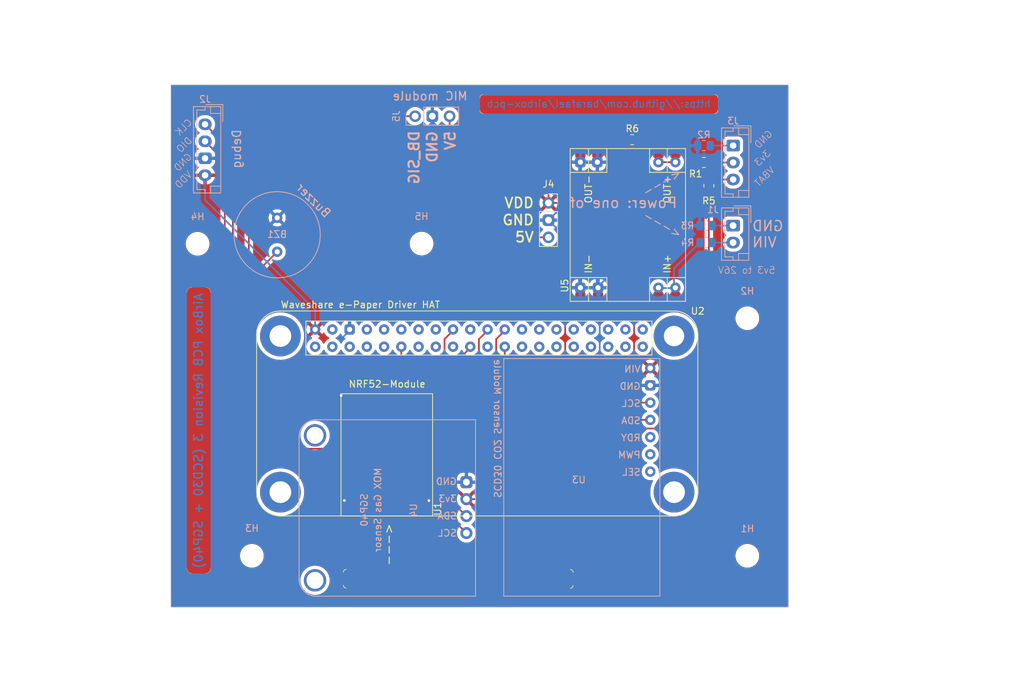
<source format=kicad_pcb>
(kicad_pcb (version 20221018) (generator pcbnew)
  (layers (0 "F.Cu" signal) (31 "B.Cu" signal) (34 "B.Paste" user) (35 "F.Paste" user) (36 "B.SilkS" user "B.Silkscreen") (37 "F.SilkS" user "F.Silkscreen") (38 "B.Mask" user) (39 "F.Mask" user) (44 "Edge.Cuts" user))
  (net 0 "")
  (net 1 "Net-(U1-Pad48)")
  (net 2 "Net-(U1-Pad47)")
  (net 3 "Net-(U1-Pad46)")
  (net 4 "Net-(U1-Pad45)")
  (net 5 "Net-(U1-Pad34)")
  (net 6 "Net-(U1-Pad31)")
  (net 7 "Net-(U1-Pad30)")
  (net 8 "Net-(U1-Pad29)")
  (net 9 "Net-(U1-Pad28)")
  (net 10 "Net-(U1-Pad27)")
  (net 11 "Net-(U1-Pad26)")
  (net 12 "Net-(U1-Pad25)")
  (net 13 "Net-(U1-Pad24)")
  (net 14 "Net-(U1-Pad23)")
  (net 15 "Net-(U1-Pad22)")
  (net 16 "Net-(U1-Pad21)")
  (net 17 "Net-(U1-Pad20)")
  (net 18 "Net-(U1-Pad19)")
  (net 19 "Net-(U1-Pad18)")
  (net 20 "Net-(U1-Pad17)")
  (net 21 "Net-(U1-Pad16)")
  (net 22 "Net-(U1-Pad15)")
  (net 23 "Net-(U1-Pad14)")
  (net 24 "Net-(U1-Pad7)")
  (net 25 "Net-(U1-Pad6)")
  (net 26 "GND")
  (net 27 "CS")
  (net 28 "DIN")
  (net 29 "CLK")
  (net 30 "SWDCLK")
  (net 31 "SWDIO")
  (net 32 "DC")
  (net 33 "BUSY")
  (net 34 "RST")
  (net 35 "VDD")
  (net 36 "Net-(U3-Pad7)")
  (net 37 "Net-(U3-Pad6)")
  (net 38 "Net-(U3-Pad5)")
  (net 39 "SCL_SCD30")
  (net 40 "SDA_SCD30")
  (net 41 "SCL_SGP40")
  (net 42 "SDA_SGP40")
  (net 43 "VIN")
  (net 44 "VBAT")
  (net 45 "Net-(U1-Pad11)")
  (net 46 "Net-(U1-Pad10)")
  (net 47 "Net-(U1-Pad39)")
  (net 48 "Net-(U1-Pad41)")
  (net 49 "Net-(U1-Pad36)")
  (net 50 "Net-(U1-Pad40)")
  (net 51 "Net-(U1-Pad35)")
  (net 52 "Net-(U1-Pad9)")
  (net 53 "Net-(J3-Pad2)")
  (net 54 "Net-(J1-Pad2)")
  (net 55 "Net-(J1-Pad1)")
  (net 56 "Net-(J3-Pad1)")
  (net 57 "BUZ_SIG")
  (net 58 "5V")
  (net 59 "Net-(U1-Pad8)")
  (net 60 "Net-(U1-Pad12)")
  (net 61 "Net-(U1-Pad13)")
  (net 62 "DB_SIG")
  (net 63 "Net-(J3-Pad3)")
  (net 64 "Net-(R6-Pad1)")
  (footprint "Resistor_SMD:R_0805_2012Metric" (layer "F.Cu") (at 189.22 82.56 -90)
    (fp_text reference "R5")
    (fp_text value "0")
  )
  (footprint "Connector_PinSocket_2.54mm:PinSocket_1x03_P2.54mm_Vertical" (layer "F.Cu") (at 165.59 85.09)
    (fp_text reference "J4")
    (fp_text value "PowerConverter")
  )
  (footprint "waveshare-epaper-module:epaper-module" (layer "F.Cu") (at 187.59 101.01 180)
    (fp_text reference "U2")
    (fp_text value "epaper-module")
  )
  (footprint "nrf52840-waveshare:nrf52-waveshare" (layer "F.Cu") (at 148.51746 131.20798 180)
    (fp_text reference "U1")
    (fp_text value "NRF52840")
  )
  (footprint "Resistor_SMD:R_0805_2012Metric" (layer "F.Cu") (at 188.49 79.145 180)
    (fp_text reference "R1")
    (fp_text value "0")
  )
  (footprint "MountingHole:MountingHole_3mm" (layer "F.Cu") (at 194.89 137.09)
    (fp_text reference "H1")
    (fp_text value "MountingHole")
  )
  (footprint "MountingHole:MountingHole_3mm" (layer "F.Cu") (at 194.89 102.09)
    (fp_text reference "H2")
    (fp_text value "MountingHole")
  )
  (footprint "MountingHole:MountingHole_3mm" (layer "F.Cu") (at 121.89 137.09)
    (fp_text reference "H3")
    (fp_text value "MountingHole")
  )
  (footprint "MountingHole:MountingHole_3mm" (layer "F.Cu") (at 113.89 91.12)
    (fp_text reference "H4")
    (fp_text value "MountingHole")
  )
  (footprint "MountingHole:MountingHole_3mm" (layer "F.Cu") (at 146.89 91.09)
    (fp_text reference "H5")
    (fp_text value "MountingHole")
  )
  (footprint "Resistor_SMD:R_0805_2012Metric" (layer "F.Cu") (at 177.92 75.78 180)
    (fp_text reference "R6")
    (fp_text value "0")
  )
  (footprint "ils-dcdc:ils-3v3dcdc" (layer "F.Cu") (at 168.79 99.59 90)
    (fp_text reference "U5")
    (fp_text value "ils-dcdc")
  )
  (footprint "Connector_JST:JST_EH_B3B-EH-A_1x03_P2.50mm_Vertical" (layer "B.Cu") (at 192.8 76.645 -90)
    (fp_text reference "J3")
    (fp_text value "Conn_01x03")
  )
  (footprint "Resistor_SMD:R_0805_2012Metric" (layer "B.Cu") (at 188.49 76.645 180)
    (fp_text reference "R2")
    (fp_text value "0")
  )
  (footprint "PS1240P02BT:PS1240P02BT" (layer "B.Cu") (at 125.615 89.79)
    (fp_text reference "BZ1")
    (fp_text value "Buzzer")
  )
  (footprint "sensirion-scd30:scd30" (layer "B.Cu") (at 182 143.03 180)
    (fp_text reference "U3")
    (fp_text value "SCD30")
  )
  (footprint "Connector_PinSocket_2.54mm:PinSocket_1x03_P2.54mm_Vertical" (layer "B.Cu") (at 145.94 72.315 -90)
    (fp_text reference "J5")
    (fp_text value "DecibelMeter")
  )
  (footprint "Connector_JST:JST_EH_B4B-EH-A_1x04_P2.50mm_Vertical" (layer "B.Cu") (at 114.99 73.515 -90)
    (fp_text reference "J2")
    (fp_text value "Conn_01x04")
  )
  (footprint "Connector_JST:JST_EH_B2B-EH-A_1x02_P2.50mm_Vertical" (layer "B.Cu") (at 192.79 88.435 -90)
    (fp_text reference "J1")
    (fp_text value "Conn_01x02")
  )
  (footprint "Resistor_SMD:R_0805_2012Metric" (layer "B.Cu") (at 188.8025 88.44 180)
    (fp_text reference "R3")
    (fp_text value "0")
  )
  (footprint "Resistor_SMD:R_0805_2012Metric" (layer "B.Cu") (at 188.8 90.94 180)
    (fp_text reference "R4")
    (fp_text value "0")
  )
  (footprint "sgp40-adafruit-breakout:sgp40-sparkx-breakout" (layer "B.Cu") (at 154.84 143.04 90)
    (fp_text reference "U4")
    (fp_text value "SGP40")
  )
  (gr_arc (start 190.13 69.145) (mid 190.419914 69.265086) (end 190.54 69.555) (stroke (width 0.1)) (layer "B.SilkS"))
  (gr_arc (start 155.5 69.565) (mid 155.620086 69.275086) (end 155.91 69.155) (stroke (width 0.1)) (layer "B.SilkS"))
  (gr_arc (start 155.91 71.905) (mid 155.620086 71.784914) (end 155.5 71.495) (stroke (width 0.1)) (layer "B.SilkS"))
  (gr_arc (start 190.54 71.485) (mid 190.419914 71.774914) (end 190.13 71.895) (stroke (width 0.1)) (layer "B.SilkS"))
  (gr_arc (start 115.05 97.53) (mid 115.58033 97.74967) (end 115.8 98.28) (stroke (width 0.05)) (layer "B.SilkS"))
  (gr_arc (start 115.8 138.93) (mid 115.58033 139.46033) (end 115.05 139.68) (stroke (width 0.05)) (layer "B.SilkS"))
  (gr_arc (start 113.05 139.68) (mid 112.51967 139.46033) (end 112.3 138.93) (stroke (width 0.05)) (layer "B.SilkS"))
  (gr_arc (start 112.3 98.28) (mid 112.51967 97.74967) (end 113.05 97.53) (stroke (width 0.05)) (layer "B.SilkS"))
  (gr_arc (start 169.22 141.445) (mid 169.099914 141.734914) (end 168.81 141.855) (stroke (width 0.1)) (layer "F.SilkS"))
  (gr_arc (start 168.81 139.105) (mid 169.099914 139.225086) (end 169.22 139.515) (stroke (width 0.1)) (layer "F.SilkS"))
  (gr_arc (start 135.37 139.505) (mid 135.490086 139.215086) (end 135.78 139.095) (stroke (width 0.1)) (layer "F.SilkS"))
  (gr_arc (start 135.78 141.845) (mid 135.490086 141.724914) (end 135.37 141.435) (stroke (width 0.1)) (layer "F.SilkS"))
  (gr_line (start 109.952 67.682) (end 109.952 144.682) (stroke (width 0.05)) (layer "Edge.Cuts"))
  (gr_line (start 109.952 144.682) (end 200.952 144.682) (stroke (width 0.05)) (layer "Edge.Cuts"))
  (gr_line (start 200.952 67.682) (end 200.952 144.682) (stroke (width 0.05)) (layer "Edge.Cuts"))
  (gr_line (start 109.952 67.682) (end 200.952 67.682) (stroke (width 0.05)) (layer "Edge.Cuts"))
  (gr_text "https://github.com/barafael/airbox-fw" (at 152.25 140.475) (layer "F.Cu") (effects (font (size 1.05 1.05) (thickness 0.14))))
  (gr_text "https://github.com/barafael/airbox-pcb" (at 173 70.495) (layer "B.Cu") (effects (font (size 1.05 1.05) (thickness 0.14)) (justify mirror)))
  (gr_text "AirBox PCB Revision 3 (SCD30 + SGP40)" (at 114.01 118.665 90) (layer "B.Cu") (effects (font (size 1.28 1.28) (thickness 0.2)) (justify mirror)))
  (gr_text "GND" (at 197.915 88.49) (layer "B.SilkS") (effects (font (size 1.5 1.5) (thickness 0.2)) (justify mirror)))
  (gr_text "5V" (at 151.115 75.915 90) (layer "B.SilkS") (effects (font (size 1.5 1.5) (thickness 0.3)) (justify mirror)))
  (gr_text "DB_SIG" (at 145.79 78.39 90) (layer "B.SilkS") (effects (font (size 1.5 1.5) (thickness 0.3)) (justify mirror)))
  (gr_text "GND" (at 148.4525 76.843572 90) (layer "B.SilkS") (effects (font (size 1.5 1.5) (thickness 0.3)) (justify mirror)))
  (gr_text "VIN" (at 197.415 90.89) (layer "B.SilkS") (effects (font (size 1.5 1.5) (thickness 0.2)) (justify mirror)))
  (gr_text "5v3 to 26V" (at 194.79 95.01) (layer "B.SilkS") (effects (font (size 1 1) (thickness 0.1)) (justify mirror)))
  (gr_text "VDD" (at 111.808164 81.689999 45) (layer "B.SilkS") (effects (font (size 1 1) (thickness 0.1)) (justify mirror)))
  (gr_text "GND" (at 111.740821 79.113332 45) (layer "B.SilkS") (effects (font (size 1 1) (thickness 0.1)) (justify mirror)))
  (gr_text "DIO" (at 111.926016 76.536666 45) (layer "B.SilkS") (effects (font (size 1 1) (thickness 0.1)) (justify mirror)))
  (gr_text "CLK" (at 111.825 73.96 45) (layer "B.SilkS") (effects (font (size 1 1) (thickness 0.1)) (justify mirror)))
  (gr_text "VBAT" (at 197.42 81.224999 45) (layer "B.SilkS") (effects (font (size 1 1) (thickness 0.1)) (justify mirror)))
  (gr_text "3v3" (at 197.13379 78.474999 45) (layer "B.SilkS") (effects (font (size 1 1) (thickness 0.1)) (justify mirror)))
  (gr_text "GND" (at 197.268477 75.725 45) (layer "B.SilkS") (effects (font (size 1 1) (thickness 0.1)) (justify mirror)))
  (gr_text "Debug" (at 119.65 77.14 90) (layer "B.SilkS") (effects (font (size 1.25 1.25) (thickness 0.18)) (justify mirror)))
  (gr_text "MIC module" (at 148.14 69.36) (layer "B.SilkS") (effects (font (size 1.25 1.25) (thickness 0.18)) (justify mirror)))
  (gr_text "Power: one of" (at 176.6 85.08) (layer "B.SilkS") (effects (font (size 1.5 1.5) (thickness 0.2)) (justify mirror)))
  (gr_text "--->" (at 182.3 88.44 150) (layer "B.SilkS") (effects (font (size 1.25 1.25)) (justify mirror)))
  (gr_text "--->" (at 182.375 82.27 -150) (layer "B.SilkS") (effects (font (size 1.25 1.25)) (justify mirror)))
  (gr_text "Buzzer" (at 130.98 84.72 315) (layer "B.SilkS") (effects (font (size 1.25 1.25) (thickness 0.18)) (justify mirror)))
  (gr_text "VDD" (at 161.265 85.09) (layer "F.SilkS") (effects (font (size 1.5 1.5) (thickness 0.25))))
  (gr_text "5V" (at 162.050714 90.14) (layer "F.SilkS") (effects (font (size 1.5 1.5) (thickness 0.25))))
  (gr_text "GND" (at 161.122142 87.615) (layer "F.SilkS") (effects (font (size 1.5 1.5) (thickness 0.25))))
  (gr_text "--->" (at 142.03 135.43 90) (layer "F.SilkS") (effects (font (size 1.25 1.25))))
  (segment (start 139.56746 113.70798) (end 139.56746 112.95798) (width 0.25) (layer "F.Cu") (net 1))
  (segment (start 138.46746 112.95798) (end 138.46746 113.70798) (width 0.25) (layer "F.Cu") (net 2))
  (segment (start 137.36746 113.70798) (end 137.36746 112.87298) (width 0.25) (layer "F.Cu") (net 3))
  (segment (start 172.69 97.64) (end 172.69 99.14) (width 0.25) (layer "F.Cu") (net 26))
  (segment (start 170.09 77.64) (end 170.09 79.14) (width 0.25) (layer "F.Cu") (net 26))
  (segment (start 172.59 79.14) (end 172.59 77.64) (width 0.25) (layer "F.Cu") (net 26))
  (segment (start 170.09 99.14) (end 170.09 97.64) (width 0.25) (layer "F.Cu") (net 26))
  (segment (start 135.03746 113.47798) (end 135.03746 114.22798) (width 0.25) (layer "F.Cu") (net 26))
  (segment (start 135.03746 114.22798) (end 135.51746 114.70798) (width 0.25) (layer "F.Cu") (net 26))
  (segment (start 135.51746 127.90798) (end 135.51746 128.932976) (width 0.25) (layer "F.Cu") (net 26))
  (segment (start 148.36746 128.54798) (end 147.96746 128.94798) (width 0.25) (layer "F.Cu") (net 26))
  (segment (start 148.36746 127.90798) (end 148.36746 128.54798) (width 0.25) (layer "F.Cu") (net 26))
  (segment (start 135.51746 128.932976) (end 135.517471 128.932987) (width 0.25) (layer "F.Cu") (net 26))
  (via (at 135.03746 113.47798) (size 0.8) (drill 0.4) (layers "F.Cu" "B.Cu") (net 26))
  (via (at 147.96746 128.94798) (size 0.8) (drill 0.4) (layers "F.Cu" "B.Cu") (net 26))
  (via (at 135.517471 128.932987) (size 0.8) (drill 0.4) (layers "F.Cu" "B.Cu") (net 26))
  (segment (start 170.09 92.13) (end 165.59 87.63) (width 0.25) (layer "B.Cu") (net 26))
  (segment (start 187.5775 76.645) (end 175.085 76.645) (width 0.25) (layer "B.Cu") (net 26))
  (segment (start 170.09 83.13) (end 170.09 79.14) (width 0.25) (layer "B.Cu") (net 26))
  (segment (start 165.59 87.63) (end 170.09 83.13) (width 0.25) (layer "B.Cu") (net 26))
  (segment (start 170.09 97.64) (end 170.09 92.13) (width 0.25) (layer "B.Cu") (net 26))
  (segment (start 175.085 76.645) (end 172.59 79.14) (width 0.25) (layer "B.Cu") (net 26))
  (segment (start 136.286 103.899) (end 135.04 105.145) (width 0.25) (layer "B.Cu") (net 26))
  (segment (start 172.59 79.14) (end 170.09 79.14) (width 0.25) (layer "B.Cu") (net 26))
  (segment (start 172.69 79.24) (end 172.59 79.14) (width 0.25) (layer "B.Cu") (net 26))
  (segment (start 187.89 88.44) (end 181.89 88.44) (width 0.25) (layer "B.Cu") (net 26))
  (segment (start 114.99 78.515) (end 116.84 78.515) (width 0.25) (layer "B.Cu") (net 26))
  (segment (start 181.89 88.44) (end 172.69 97.64) (width 0.25) (layer "B.Cu") (net 26))
  (segment (start 172.69 97.64) (end 172.69 79.24) (width 0.25) (layer "B.Cu") (net 26))
  (segment (start 136.286 97.956) (end 125.62 87.29) (width 0.25) (layer "B.Cu") (net 26))
  (segment (start 135.532464 128.94798) (end 135.517471 128.932987) (width 0.25) (layer "B.Cu") (net 26))
  (segment (start 125.62 87.29) (end 125.615 87.29) (width 0.25) (layer "B.Cu") (net 26))
  (segment (start 146.155 75.49) (end 119.865 75.49) (width 0.25) (layer "B.Cu") (net 26))
  (segment (start 172.69 97.64) (end 170.09 97.64) (width 0.25) (layer "B.Cu") (net 26))
  (segment (start 119.865 75.49) (end 116.84 78.515) (width 0.25) (layer "B.Cu") (net 26))
  (segment (start 148.48 72.315) (end 148.48 73.08) (width 0.25) (layer "B.Cu") (net 26))
  (segment (start 148.48 72.315) (end 148.48 73.165) (width 0.25) (layer "B.Cu") (net 26))
  (segment (start 173.14 113.315) (end 160.215 126.24) (width 0.25) (layer "B.Cu") (net 26))
  (segment (start 135.03746 113.47798) (end 135.517471 113.957991) (width 0.25) (layer "B.Cu") (net 26))
  (segment (start 150.67544 126.24) (end 147.96746 128.94798) (width 0.25) (layer "B.Cu") (net 26))
  (segment (start 173.14 107.7) (end 173.14 98.09) (width 0.25) (layer "B.Cu") (net 26))
  (segment (start 148.48 73.08) (end 163.03 87.63) (width 0.25) (layer "B.Cu") (net 26))
  (segment (start 160.215 126.24) (end 153.4936 126.24) (width 0.25) (layer "B.Cu") (net 26))
  (segment (start 148.48 73.165) (end 146.155 75.49) (width 0.25) (layer "B.Cu") (net 26))
  (segment (start 116.84 78.515) (end 125.615 87.29) (width 0.25) (layer "B.Cu") (net 26))
  (segment (start 173.14 98.09) (end 172.69 97.64) (width 0.25) (layer "B.Cu") (net 26))
  (segment (start 135.517471 113.957991) (end 135.517471 128.932987) (width 0.25) (layer "B.Cu") (net 26))
  (segment (start 163.03 87.63) (end 165.59 87.63) (width 0.25) (layer "B.Cu") (net 26))
  (segment (start 136.286 103.899) (end 136.286 97.956) (width 0.25) (layer "B.Cu") (net 26))
  (segment (start 177.42 111.98) (end 173.14 107.7) (width 0.25) (layer "B.Cu") (net 26))
  (segment (start 147.96746 128.94798) (end 135.532464 128.94798) (width 0.25) (layer "B.Cu") (net 26))
  (segment (start 153.4936 126.24) (end 150.67544 126.24) (width 0.25) (layer "B.Cu") (net 26))
  (segment (start 173.14 107.7) (end 173.14 113.315) (width 0.25) (layer "B.Cu") (net 26))
  (segment (start 180.59 111.98) (end 177.42 111.98) (width 0.25) (layer "B.Cu") (net 26))
  (segment (start 145.06746 112.8924) (end 145.06746 113.30798) (width 0.25) (layer "F.Cu") (net 27))
  (segment (start 157.88 107.035) (end 153.51822 111.39678) (width 0.25) (layer "F.Cu") (net 27))
  (segment (start 157.88 105.165) (end 157.88 107.035) (width 0.25) (layer "F.Cu") (net 27))
  (segment (start 146.56308 111.39678) (end 145.06746 112.8924) (width 0.25) (layer "F.Cu") (net 27))
  (segment (start 153.51822 111.39678) (end 146.56308 111.39678) (width 0.25) (layer "F.Cu") (net 27))
  (segment (start 159.146 103.899) (end 157.88 105.165) (width 0.25) (layer "F.Cu") (net 27))
  (segment (start 142.86746 113.70798) (end 142.86746 112.94798) (width 0.25) (layer "F.Cu") (net 28))
  (segment (start 154.066 106.439) (end 150.77446 109.73054) (width 0.25) (layer "F.Cu") (net 28))
  (segment (start 145.98446 109.73054) (end 142.86746 112.84754) (width 0.25) (layer "F.Cu") (net 28))
  (segment (start 150.77446 109.73054) (end 145.98446 109.73054) (width 0.25) (layer "F.Cu") (net 28))
  (segment (start 142.86746 112.84754) (end 142.86746 113.30798) (width 0.25) (layer "F.Cu") (net 28))
  (segment (start 154.63796 112.20704) (end 146.80796 112.20704) (width 0.25) (layer "F.Cu") (net 29))
  (segment (start 159.146 107.699) (end 154.63796 112.20704) (width 0.25) (layer "F.Cu") (net 29))
  (segment (start 159.146 106.439) (end 159.146 107.699) (width 0.25) (layer "F.Cu") (net 29))
  (segment (start 146.80796 112.20704) (end 146.16746 112.84754) (width 0.25) (layer "F.Cu") (net 29))
  (segment (start 146.16746 112.84754) (end 146.16746 113.30798) (width 0.25) (layer "F.Cu") (net 29))
  (segment (start 132.141601 121.315001) (end 132.148622 121.30798) (width 0.25) (layer "F.Cu") (net 30))
  (segment (start 128.49364 121.30798) (end 130.238578 121.30798) (width 0.25) (layer "F.Cu") (net 30))
  (segment (start 119.09298 77.61798) (end 119.09298 111.90732) (width 0.25) (layer "F.Cu") (net 30))
  (segment (start 130.238578 121.30798) (end 130.245599 121.315001) (width 0.25) (layer "F.Cu") (net 30))
  (segment (start 132.148622 121.30798) (end 134.41746 121.30798) (width 0.25) (layer "F.Cu") (net 30))
  (segment (start 134.41746 121.30798) (end 135.16746 121.30798) (width 0.25) (layer "F.Cu") (net 30))
  (segment (start 114.99 73.515) (end 119.09298 77.61798) (width 0.25) (layer "F.Cu") (net 30))
  (segment (start 119.09298 111.90732) (end 128.49364 121.30798) (width 0.25) (layer "F.Cu") (net 30))
  (segment (start 130.245599 121.315001) (end 132.141601 121.315001) (width 0.25) (layer "F.Cu") (net 30))
  (segment (start 135.16746 122.40798) (end 134.95245 122.62299) (width 0.25) (layer "F.Cu") (net 31))
  (segment (start 127.77246 122.40798) (end 134.41746 122.40798) (width 0.25) (layer "F.Cu") (net 31))
  (segment (start 117.89 112.52552) (end 127.77246 122.40798) (width 0.25) (layer "F.Cu") (net 31))
  (segment (start 134.41746 122.40798) (end 135.16746 122.40798) (width 0.25) (layer "F.Cu") (net 31))
  (segment (start 117.89 78.915) (end 117.89 112.52552) (width 0.25) (layer "F.Cu") (net 31))
  (segment (start 114.99 76.015) (end 117.89 78.915) (width 0.25) (layer "F.Cu") (net 31))
  (segment (start 152.1711 110.5789) (end 146.2361 110.5789) (width 0.25) (layer "F.Cu") (net 32))
  (segment (start 155.34 105.165) (end 155.34 107.41) (width 0.25) (layer "F.Cu") (net 32))
  (segment (start 146.2361 110.5789) (end 143.96746 112.84754) (width 0.25) (layer "F.Cu") (net 32))
  (segment (start 143.96746 112.84754) (end 143.96746 113.30798) (width 0.25) (layer "F.Cu") (net 32))
  (segment (start 155.34 107.41) (end 152.1711 110.5789) (width 0.25) (layer "F.Cu") (net 32))
  (segment (start 156.606 103.899) (end 155.34 105.165) (width 0.25) (layer "F.Cu") (net 32))
  (segment (start 141.76746 112.95798) (end 141.76746 113.70798) (width 0.25) (layer "F.Cu") (net 33))
  (segment (start 148.76272 108.84662) (end 145.76838 108.84662) (width 0.25) (layer "F.Cu") (net 33))
  (segment (start 150.27 107.33934) (end 148.76272 108.84662) (width 0.25) (layer "F.Cu") (net 33))
  (segment (start 145.76838 108.84662) (end 141.76746 112.84754) (width 0.25) (layer "F.Cu") (net 33))
  (segment (start 141.76746 112.84754) (end 141.76746 113.30798) (width 0.25) (layer "F.Cu") (net 33))
  (segment (start 150.27 105.155) (end 150.27 107.33934) (width 0.25) (layer "F.Cu") (net 33))
  (segment (start 151.526 103.899) (end 150.27 105.155) (width 0.25) (layer "F.Cu") (net 33))
  (segment (start 143.906 109.594) (end 140.66746 112.83254) (width 0.25) (layer "F.Cu") (net 34))
  (segment (start 140.66746 112.83254) (end 140.66746 113.30798) (width 0.25) (layer "F.Cu") (net 34))
  (segment (start 140.66746 112.95798) (end 140.66746 113.70798) (width 0.25) (layer "F.Cu") (net 34))
  (segment (start 143.906 106.624) (end 143.906 109.594) (width 0.25) (layer "F.Cu") (net 34))
  (segment (start 182.12 110.97) (end 182.12 117.42) (width 0.25) (layer "F.Cu") (net 35))
  (segment (start 134.315 100.79) (end 168.29 100.79) (width 0.25) (layer "F.Cu") (net 35))
  (segment (start 177.0075 75.78) (end 177.0075 83.7225) (width 0.25) (layer "F.Cu") (net 35))
  (segment (start 165.59 85.09) (end 165.59 80.44) (width 0.25) (layer "F.Cu") (net 35))
  (segment (start 168.88 100.79) (end 179.34 100.79) (width 0.25) (layer "F.Cu") (net 35))
  (segment (start 181.21 118.33) (end 180.04 118.33) (width 0.25) (layer "F.Cu") (net 35))
  (segment (start 180.59 109.44) (end 182.12 110.97) (width 0.25) (layer "F.Cu") (net 35))
  (segment (start 168.05 107.56794) (end 162.38982 113.22812) (width 0.25) (layer "F.Cu") (net 35))
  (segment (start 187.5775 79.145) (end 183 83.7225) (width 0.25) (layer "F.Cu") (net 35))
  (segment (start 113.14524 69.115) (end 111.84 70.42024) (width 0.25) (layer "F.Cu") (net 35))
  (segment (start 162.38982 113.22812) (end 147.34732 113.22812) (width 0.25) (layer "F.Cu") (net 35))
  (segment (start 180.04 118.33) (end 169.63 128.74) (width 0.25) (layer "F.Cu") (net 35))
  (segment (start 177.0075 83.7225) (end 175.64 85.09) (width 0.25) (layer "F.Cu") (net 35))
  (segment (start 183 83.7225) (end 177.0075 83.7225) (width 0.25) (layer "F.Cu") (net 35))
  (segment (start 154.265 69.115) (end 113.14524 69.115) (width 0.25) (layer "F.Cu") (net 35))
  (segment (start 131.206 103.899) (end 134.315 100.79) (width 0.25) (layer "F.Cu") (net 35))
  (segment (start 178.2 101.93) (end 178.2 107.05) (width 0.25) (layer "F.Cu") (net 35))
  (segment (start 178.2 101.93) (end 179.43 100.7) (width 0.25) (layer "F.Cu") (net 35))
  (segment (start 182.12 117.42) (end 181.21 118.33) (width 0.25) (layer "F.Cu") (net 35))
  (segment (start 179.43 100.7) (end 179.765 100.365) (width 0.25) (layer "F.Cu") (net 35))
  (segment (start 165.59 80.44) (end 154.265 69.115) (width 0.25) (layer "F.Cu") (net 35))
  (segment (start 179.765 89.215) (end 175.64 85.09) (width 0.25) (layer "F.Cu") (net 35))
  (segment (start 178.2 107.05) (end 180.59 109.44) (width 0.25) (layer "F.Cu") (net 35))
  (segment (start 168.05 101.62) (end 168.05 107.56794) (width 0.25) (layer "F.Cu") (net 35))
  (segment (start 179.34 100.79) (end 179.43 100.7) (width 0.25) (layer "F.Cu") (net 35))
  (segment (start 175.64 85.09) (end 165.59 85.09) (width 0.25) (layer "F.Cu") (net 35))
  (segment (start 111.84 70.42024) (end 111.84 79.74) (width 0.25) (layer "F.Cu") (net 35))
  (segment (start 169.63 128.74) (end 153.4936 128.74) (width 0.25) (layer "F.Cu") (net 35))
  (segment (start 113.115 81.015) (end 114.99 81.015) (width 0.25) (layer "F.Cu") (net 35))
  (segment (start 147.34732 113.22812) (end 147.26746 113.30798) (width 0.25) (layer "F.Cu") (net 35))
  (segment (start 168.29 100.79) (end 168.88 100.79) (width 0.25) (layer "F.Cu") (net 35))
  (segment (start 168.88 100.79) (end 168.05 101.62) (width 0.25) (layer "F.Cu") (net 35))
  (segment (start 111.84 79.74) (end 113.115 81.015) (width 0.25) (layer "F.Cu") (net 35))
  (segment (start 179.765 100.365) (end 179.765 89.215) (width 0.25) (layer "F.Cu") (net 35))
  (segment (start 131.206 100.866) (end 114.99 84.65) (width 0.25) (layer "B.Cu") (net 35))
  (segment (start 114.99 84.65) (end 114.99 81.015) (width 0.25) (layer "B.Cu") (net 35))
  (segment (start 131.206 103.899) (end 131.206 100.866) (width 0.25) (layer "B.Cu") (net 35))
  (segment (start 174.88 114.52) (end 165.8925 123.5075) (width 0.25) (layer "F.Cu") (net 39))
  (segment (start 165.8925 123.5075) (end 148.36794 123.5075) (width 0.25) (layer "F.Cu") (net 39))
  (segment (start 180.59 114.52) (end 174.88 114.52) (width 0.25) (layer "F.Cu") (net 39))
  (segment (start 148.36794 123.5075) (end 148.36746 123.50798) (width 0.25) (layer "F.Cu") (net 39))
  (segment (start 168.73154 124.60798) (end 176.27952 117.06) (width 0.25) (layer "F.Cu") (net 40))
  (segment (start 176.27952 117.06) (end 180.59 117.06) (width 0.25) (layer "F.Cu") (net 40))
  (segment (start 148.36746 124.60798) (end 168.73154 124.60798) (width 0.25) (layer "F.Cu") (net 40))
  (segment (start 148.36746 126.80798) (end 148.64182 126.80798) (width 0.25) (layer "F.Cu") (net 41))
  (segment (start 150.23 128.39616) (end 150.23 130.4764) (width 0.25) (layer "F.Cu") (net 41))
  (segment (start 147.96746 126.80798) (end 148.302462 126.80798) (width 0.25) (layer "F.Cu") (net 41))
  (segment (start 148.64182 126.80798) (end 150.23 128.39616) (width 0.25) (layer "F.Cu") (net 41))
  (segment (start 150.23 130.4764) (end 153.4936 133.74) (width 0.25) (layer "F.Cu") (net 41))
  (segment (start 153.4936 131.24) (end 151.60498 129.35138) (width 0.25) (layer "F.Cu") (net 42))
  (segment (start 151.60498 129.35138) (end 151.60498 127.91948) (width 0.25) (layer "F.Cu") (net 42))
  (segment (start 151.60498 127.91948) (end 149.39348 125.70798) (width 0.25) (layer "F.Cu") (net 42))
  (segment (start 149.39348 125.70798) (end 148.36746 125.70798) (width 0.25) (layer "F.Cu") (net 42))
  (segment (start 184.09 97.64) (end 184.09 99.14) (width 0.25) (layer "F.Cu") (net 43))
  (segment (start 181.59 99.14) (end 181.59 97.64) (width 0.25) (layer "F.Cu") (net 43))
  (segment (start 184.09 94.7375) (end 187.8875 90.94) (width 0.25) (layer "B.Cu") (net 43))
  (segment (start 184.09 97.64) (end 181.59 97.64) (width 0.25) (layer "B.Cu") (net 43))
  (segment (start 184.09 97.64) (end 184.09 94.7375) (width 0.25) (layer "B.Cu") (net 43))
  (segment (start 135.16746 126.80798) (end 138.97458 126.80798) (width 0.25) (layer "F.Cu") (net 44))
  (segment (start 189.22 128.73) (end 189.22 83.4725) (width 0.25) (layer "F.Cu") (net 44))
  (segment (start 138.97458 126.80798) (end 147.9816 135.815) (width 0.25) (layer "F.Cu") (net 44))
  (segment (start 182.135 135.815) (end 189.22 128.73) (width 0.25) (layer "F.Cu") (net 44))
  (segment (start 147.9816 135.815) (end 182.135 135.815) (width 0.25) (layer "F.Cu") (net 44))
  (segment (start 192.8 79.145) (end 189.4025 79.145) (width 0.25) (layer "F.Cu") (net 53))
  (segment (start 192.79 90.935) (end 189.7175 90.935) (width 0.25) (layer "B.Cu") (net 54))
  (segment (start 189.7175 90.935) (end 189.7125 90.94) (width 0.25) (layer "B.Cu") (net 54))
  (segment (start 192.79 88.435) (end 189.72 88.435) (width 0.25) (layer "B.Cu") (net 55))
  (segment (start 189.72 88.435) (end 189.715 88.44) (width 0.25) (layer "B.Cu") (net 55))
  (segment (start 192.8 76.645) (end 189.4025 76.645) (width 0.25) (layer "B.Cu") (net 56))
  (segment (start 130.62634 115.80798) (end 135.16746 115.80798) (width 0.25) (layer "F.Cu") (net 57))
  (segment (start 122.4915 107.67314) (end 130.62634 115.80798) (width 0.25) (layer "F.Cu") (net 57))
  (segment (start 125.615 92.29) (end 122.4915 95.4135) (width 0.25) (layer "F.Cu") (net 57))
  (segment (start 122.4915 95.4135) (end 122.4915 107.67314) (width 0.25) (layer "F.Cu") (net 57))
  (segment (start 151.035 72.315) (end 151.02 72.315) (width 0.25) (layer "F.Cu") (net 58))
  (segment (start 162.97 90.17) (end 165.59 90.17) (width 0.25) (layer "F.Cu") (net 58))
  (segment (start 151.02 78.22) (end 162.97 90.17) (width 0.25) (layer "F.Cu") (net 58))
  (segment (start 151.02 72.315) (end 151.02 78.22) (width 0.25) (layer "F.Cu") (net 58))
  (segment (start 121.439989 108.3764) (end 121.439989 83.776771) (width 0.25) (layer "F.Cu") (net 62))
  (segment (start 132.90176 72.315) (end 145.94 72.315) (width 0.25) (layer "F.Cu") (net 62))
  (segment (start 135.16746 116.90798) (end 129.971569 116.90798) (width 0.25) (layer "F.Cu") (net 62))
  (segment (start 121.439989 83.776771) (end 132.90176 72.315) (width 0.25) (layer "F.Cu") (net 62))
  (segment (start 129.971569 116.90798) (end 121.439989 108.3764) (width 0.25) (layer "F.Cu") (net 62))
  (segment (start 192.795 81.64) (end 192.8 81.645) (width 0.25) (layer "F.Cu") (net 63))
  (segment (start 192.7975 81.6475) (end 192.8 81.645) (width 0.25) (layer "F.Cu") (net 63))
  (segment (start 189.22 81.6475) (end 192.7975 81.6475) (width 0.25) (layer "F.Cu") (net 63))
  (segment (start 181.59 77.64) (end 181.59 79.14) (width 0.25) (layer "F.Cu") (net 64))
  (segment (start 184.095 79.145) (end 184.09 79.14) (width 0.25) (layer "F.Cu") (net 64))
  (segment (start 181.79 79.09) (end 181.79 77.59) (width 0.25) (layer "F.Cu") (net 64))
  (segment (start 179.98 75.78) (end 181.79 77.59) (width 0.25) (layer "F.Cu") (net 64))
  (segment (start 181.79 79.09) (end 184.29 79.09) (width 0.25) (layer "F.Cu") (net 64))
  (segment (start 178.8325 75.78) (end 179.98 75.78) (width 0.25) (layer "F.Cu") (net 64))
  (segment (start 184.29 79.09) (end 184.29 77.59) (width 0.25) (layer "F.Cu") (net 64))
  (zone (net 35) (net_name "VDD") (layer "F.Cu") (connect_pads (clearance 0.508)) (min_thickness 0.254) (fill yes (thermal_gap 0.508) (thermal_bridge_width 0.508))
    (polygon (pts (xy 235.654 155.272) (xy 84.778 155.272) (xy 84.778 55.196) (xy 235.654 55.196)))
  )
  (zone (net 0) (net_name "") (layer "F.Cu") (connect_pads (clearance 0)) (min_thickness 0.254)
    (keepout (tracks not_allowed) (vias not_allowed) (pads allowed) (copperpour not_allowed) (footprints allowed))
    (fill (thermal_gap 0.508) (thermal_bridge_width 0.508))
    (polygon (pts (xy 168.9 139.115) (xy 168.97 139.135) (xy 169.05 139.185) (xy 169.12 139.245) (xy 169.18 139.335) (xy 169.21 139.415) (xy 169.22 139.515) (xy 169.22 141.485) (xy 169.21 141.535) (xy 169.19 141.605) (xy 169.15 141.675) (xy 169.11 141.725) (xy 169.05 141.775) (xy 168.99 141.815) (xy 168.9 141.845) (xy 168.81 141.855) (xy 168.72 141.855) (xy 168.72 139.105) (xy 168.81 139.105)))
  )
  (zone (net 0) (net_name "") (layer "F.Cu") (connect_pads (clearance 0)) (min_thickness 0.254)
    (keepout (tracks not_allowed) (vias not_allowed) (pads allowed) (copperpour not_allowed) (footprints allowed))
    (fill (thermal_gap 0.508) (thermal_bridge_width 0.508))
    (polygon (pts (xy 135.69 141.838278) (xy 135.62 141.818278) (xy 135.54 141.768278) (xy 135.47 141.708278) (xy 135.41 141.618278) (xy 135.38 141.538278) (xy 135.37 141.438278) (xy 135.37 139.468278) (xy 135.38 139.418278) (xy 135.4 139.348278) (xy 135.44 139.278278) (xy 135.48 139.228278) (xy 135.54 139.178278) (xy 135.6 139.138278) (xy 135.69 139.108278) (xy 135.78 139.098278) (xy 135.87 139.098278) (xy 135.87 141.848278) (xy 135.78 141.848278)))
  )
  (zone (net 0) (net_name "") (layer "B.Cu") (connect_pads (clearance 0)) (min_thickness 0.254)
    (keepout (tracks not_allowed) (vias not_allowed) (pads allowed) (copperpour not_allowed) (footprints allowed))
    (fill (thermal_gap 0.508) (thermal_bridge_width 0.508))
    (polygon (pts (xy 155.82 69.161722) (xy 155.75 69.181722) (xy 155.67 69.231722) (xy 155.6 69.291722) (xy 155.54 69.381722) (xy 155.51 69.461722) (xy 155.5 69.561722) (xy 155.5 71.531722) (xy 155.51 71.581722) (xy 155.53 71.651722) (xy 155.57 71.721722) (xy 155.61 71.771722) (xy 155.67 71.821722) (xy 155.73 71.861722) (xy 155.82 71.891722) (xy 155.91 71.901722) (xy 156 71.901722) (xy 156 69.151722) (xy 155.91 69.151722)))
  )
  (zone (net 0) (net_name "") (layer "B.Cu") (connect_pads (clearance 0)) (min_thickness 0.254)
    (keepout (tracks not_allowed) (vias not_allowed) (pads allowed) (copperpour not_allowed) (footprints allowed))
    (fill (thermal_gap 0.508) (thermal_bridge_width 0.508))
    (polygon (pts (xy 190.22 71.885) (xy 190.29 71.865) (xy 190.37 71.815) (xy 190.44 71.755) (xy 190.5 71.665) (xy 190.53 71.585) (xy 190.54 71.485) (xy 190.54 69.515) (xy 190.53 69.465) (xy 190.51 69.395) (xy 190.47 69.325) (xy 190.43 69.275) (xy 190.37 69.225) (xy 190.31 69.185) (xy 190.22 69.155) (xy 190.13 69.145) (xy 190.04 69.145) (xy 190.04 71.895) (xy 190.13 71.895)))
  )
  (zone (net 26) (net_name "GND") (layer "B.Cu") (connect_pads (clearance 0.508)) (min_thickness 0.254) (fill yes (thermal_gap 0.508) (thermal_bridge_width 0.508))
    (polygon (pts (xy 235.654 155.272) (xy 84.778 155.272) (xy 84.778 55.196) (xy 235.654 55.196)))
  )
  (zone (net 0) (net_name "") (layer "B.Cu") (connect_pads (clearance 0)) (min_thickness 0.254)
    (keepout (tracks not_allowed) (vias not_allowed) (pads allowed) (copperpour not_allowed) (footprints allowed))
    (fill (thermal_gap 0.508) (thermal_bridge_width 0.508))
    (polygon (pts (xy 115.28 139.65) (xy 115.44 139.57) (xy 115.57 139.47) (xy 115.67 139.35) (xy 115.74 139.22) (xy 115.79 139.06) (xy 115.8 138.93) (xy 115.8 98.2) (xy 115.77 98.06) (xy 115.7 97.91) (xy 115.6 97.77) (xy 115.5 97.68) (xy 115.34 97.59) (xy 115.18 97.54) (xy 115.05 97.53) (xy 113.08 97.53) (xy 112.94 97.54) (xy 112.8 97.57) (xy 112.66 97.64) (xy 112.6 97.68) (xy 112.53 97.735) (xy 112.46 97.82) (xy 112.4 97.91) (xy 112.34 98.04) (xy 112.31 98.17) (xy 112.3 98.28) (xy 112.3 139.02) (xy 112.34 139.17) (xy 112.41 139.32) (xy 112.5 139.44) (xy 112.65 139.56) (xy 112.8 139.64) (xy 112.93 139.67) (xy 113.05 139.68) (xy 115.1 139.68)))
  )
)
</source>
